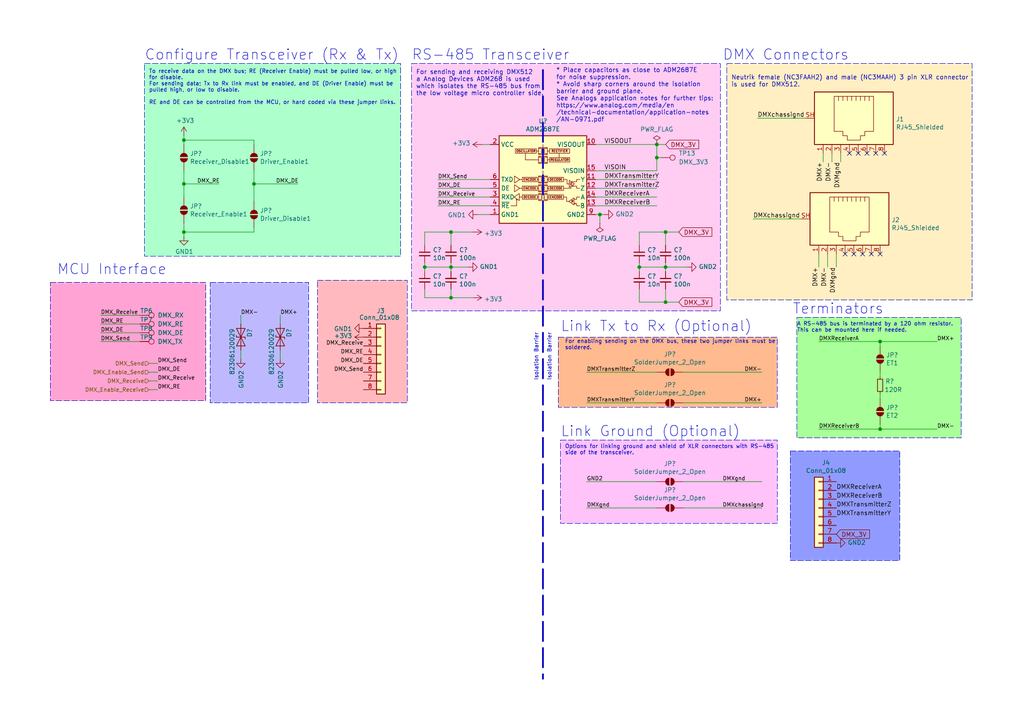
<source format=kicad_sch>
(kicad_sch (version 20231120) (generator "eeschema") (generator_version "8.0")
  (paper "A4")
  (title_block (title "${project_name} ${project_version}") (date "2025-04-10") (rev "${project_version}") (company "${project_creator}") (comment 1 "${project_license}"))
  (lib_symbols
    (symbol "Connector:RJ45_Shielded" (pin_names (offset 1.016))
      (property "Reference" "J" (at -5.08 13.97 0))
      (property "Value" "RJ45_Shielded" (at 2.54 13.97 0))
      (symbol "RJ45_Shielded_0_1"
        (polyline (pts (xy -5.08 4.445) (xy -6.35 4.445)))
        (polyline (pts (xy -5.08 5.715) (xy -6.35 5.715)))
        (polyline (pts (xy -6.35 -3.175) (xy -5.08 -3.175) (xy -5.08 -3.175)))
        (polyline (pts (xy -6.35 -1.905) (xy -5.08 -1.905) (xy -5.08 -1.905)))
        (polyline (pts (xy -6.35 -0.635) (xy -5.08 -0.635) (xy -5.08 -0.635)))
        (polyline (pts (xy -6.35 0.635) (xy -5.08 0.635) (xy -5.08 0.635)))
        (polyline (pts (xy -6.35 1.905) (xy -5.08 1.905) (xy -5.08 1.905)))
        (polyline (pts (xy -5.08 3.175) (xy -6.35 3.175) (xy -6.35 3.175)))
        (polyline (pts (xy -6.35 -4.445) (xy -6.35 6.985) (xy 3.81 6.985) (xy 3.81 4.445) (xy 5.08 4.445) (xy 5.08 3.175) (xy 6.35 3.175) (xy 6.35 -0.635) (xy 5.08 -0.635) (xy 5.08 -1.905) (xy 3.81 -1.905) (xy 3.81 -4.445) (xy -6.35 -4.445) (xy -6.35 -4.445)))
        (rectangle (start 7.62 12.7) (end -7.62 -10.16) (stroke (width 0.254)) (fill (type background)))
      )
      (symbol "RJ45_Shielded_1_1"
        (pin passive line (at 10.16 -7.62 180) (length 2.54) (name "~") (number "1"))
        (pin passive line (at 10.16 -5.08 180) (length 2.54) (name "~") (number "2"))
        (pin passive line (at 10.16 -2.54 180) (length 2.54) (name "~") (number "3"))
        (pin passive line (at 10.16 0 180) (length 2.54) (name "~") (number "4"))
        (pin passive line (at 10.16 2.54 180) (length 2.54) (name "~") (number "5"))
        (pin passive line (at 10.16 5.08 180) (length 2.54) (name "~") (number "6"))
        (pin passive line (at 10.16 7.62 180) (length 2.54) (name "~") (number "7"))
        (pin passive line (at 10.16 10.16 180) (length 2.54) (name "~") (number "8"))
        (pin passive line (at 0 -12.7 90) (length 2.54) (name "~") (number "SH"))
      )
    )
    (symbol "Connector:TestPoint" (pin_numbers hide) (pin_names (offset 0.762) hide)
      (property "Reference" "TP" (at 0 6.858 0))
      (property "Value" "TestPoint" (at 0 5.08 0))
      (symbol "TestPoint_0_1"
        (circle (center 0 3.302) (radius 0.762))
      )
      (symbol "TestPoint_1_1"
        (pin passive line (at 0 0 90) (length 2.54) (name "1") (number "1"))
      )
    )
    (symbol "Connector_Generic:Conn_01x08" (pin_names (offset 1.016) hide)
      (property "Reference" "J" (at 0 10.16 0))
      (property "Value" "Conn_01x08" (at 0 -12.7 0))
      (symbol "Conn_01x08_1_1"
        (rectangle (start -1.27 -10.033) (end 0 -10.287) (stroke (width 0.1524)))
        (rectangle (start -1.27 -7.493) (end 0 -7.747) (stroke (width 0.1524)))
        (rectangle (start -1.27 -4.953) (end 0 -5.207) (stroke (width 0.1524)))
        (rectangle (start -1.27 -2.413) (end 0 -2.667) (stroke (width 0.1524)))
        (rectangle (start -1.27 0.127) (end 0 -0.127) (stroke (width 0.1524)))
        (rectangle (start -1.27 2.667) (end 0 2.413) (stroke (width 0.1524)))
        (rectangle (start -1.27 5.207) (end 0 4.953) (stroke (width 0.1524)))
        (rectangle (start -1.27 7.747) (end 0 7.493) (stroke (width 0.1524)))
        (rectangle (start -1.27 8.89) (end 1.27 -11.43) (stroke (width 0.254)) (fill (type background)))
        (pin passive line (at -5.08 7.62 0) (length 3.81) (name "Pin_1") (number "1"))
        (pin passive line (at -5.08 5.08 0) (length 3.81) (name "Pin_2") (number "2"))
        (pin passive line (at -5.08 2.54 0) (length 3.81) (name "Pin_3") (number "3"))
        (pin passive line (at -5.08 0 0) (length 3.81) (name "Pin_4") (number "4"))
        (pin passive line (at -5.08 -2.54 0) (length 3.81) (name "Pin_5") (number "5"))
        (pin passive line (at -5.08 -5.08 0) (length 3.81) (name "Pin_6") (number "6"))
        (pin passive line (at -5.08 -7.62 0) (length 3.81) (name "Pin_7") (number "7"))
        (pin passive line (at -5.08 -10.16 0) (length 3.81) (name "Pin_8") (number "8"))
      )
    )
    (symbol "Device:C_Small" (pin_numbers hide) (pin_names (offset 0.254) hide)
      (property "Reference" "C" (at 0.254 1.778 0))
      (property "Value" "C_Small" (at 0.254 -2.032 0))
      (symbol "C_Small_0_1"
        (polyline (pts (xy -1.524 -0.508) (xy 1.524 -0.508)) (stroke (width 0.3302)))
        (polyline (pts (xy -1.524 0.508) (xy 1.524 0.508)) (stroke (width 0.3048)))
      )
      (symbol "C_Small_1_1"
        (pin passive line (at 0 2.54 270) (length 2.032) (name "~") (number "1"))
        (pin passive line (at 0 -2.54 90) (length 2.032) (name "~") (number "2"))
      )
    )
    (symbol "Device:R_Small" (pin_numbers hide) (pin_names (offset 0.254) hide)
      (property "Reference" "R" (at 0.762 0.508 0))
      (property "Value" "R_Small" (at 0.762 -1.016 0))
      (symbol "R_Small_0_1"
        (rectangle (start -0.762 1.778) (end 0.762 -1.778) (stroke (width 0.2032)))
      )
      (symbol "R_Small_1_1"
        (pin passive line (at 0 2.54 270) (length 0.762) (name "~") (number "1"))
        (pin passive line (at 0 -2.54 90) (length 0.762) (name "~") (number "2"))
      )
    )
    (symbol "Diode:ESD9B3.3ST5G" (pin_numbers hide) (pin_names (offset 1.016) hide)
      (property "Reference" "D" (at 0 2.54 0))
      (property "Value" "ESD9B3.3ST5G" (at 0 -2.54 0))
      (symbol "ESD9B3.3ST5G_0_1"
        (polyline (pts (xy 1.27 0) (xy -1.27 0)))
        (polyline (pts (xy -2.54 -1.27) (xy 0 0) (xy -2.54 1.27) (xy -2.54 -1.27)) (stroke (width 0.2032)))
        (polyline (pts (xy 0.508 1.27) (xy 0 1.27) (xy 0 -1.27) (xy -0.508 -1.27)) (stroke (width 0.2032)))
        (polyline (pts (xy 2.54 1.27) (xy 2.54 -1.27) (xy 0 0) (xy 2.54 1.27)) (stroke (width 0.2032)))
      )
      (symbol "ESD9B3.3ST5G_1_1"
        (pin passive line (at -3.81 0 0) (length 2.54) (name "A1") (number "1"))
        (pin passive line (at 3.81 0 180) (length 2.54) (name "A2") (number "2"))
      )
    )
    (symbol "Interface_UART:ADM2687E"
      (property "Reference" "U" (at -11.43 13.97 0))
      (property "Value" "ADM2687E" (at 7.62 13.97 0))
      (symbol "ADM2687E_0_0"
        (text "D" (at 8.128 -1.27 0) (effects (font (size 0.635 0.635))))
        (text "R" (at 8.509 -6.35 0) (effects (font (size 0.635 0.635))))
      )
      (symbol "ADM2687E_0_1"
        (circle (center -7.62 -5.842) (radius 0.127))
        (polyline (pts (xy -9.271 -7.62) (xy -7.62 -7.62) (xy -7.62 -5.969)))
        (polyline (pts (xy 5.969 -2.54) (xy 8.128 -2.54) (xy 8.128 -2.032)))
        (polyline (pts (xy 7.493 -6.35) (xy 6.858 -6.35) (xy 6.858 -5.08) (xy 5.969 -5.08)))
        (polyline (pts (xy 7.62 -1.27) (xy 6.985 -1.27) (xy 6.985 0) (xy 5.969 0)))
        (polyline (pts (xy 9.017 -5.715) (xy 9.779 -5.715) (xy 9.779 -5.08) (xy 10.668 -5.08)))
        (polyline (pts (xy 9.398 -6.985) (xy 9.779 -6.985) (xy 9.779 -7.62) (xy 10.668 -7.62)))
        (polyline (pts (xy 10.668 -2.54) (xy 9.779 -2.54) (xy 9.779 -1.905) (xy 8.763 -1.905)))
        (polyline (pts (xy 10.668 0) (xy 9.779 0) (xy 9.779 -0.635) (xy 8.255 -0.635)))
      )
      (symbol "ADM2687E_1_0"
        (rectangle (start -1.27 -4.064) (end 1.27 -6.096))
        (rectangle (start -1.27 -1.524) (end 1.27 -3.556))
        (rectangle (start -1.27 1.016) (end 1.27 -1.016))
        (rectangle (start -1.27 6.731) (end 1.27 4.699))
        (rectangle (start -1.27 9.271) (end 1.27 7.239))
        (arc (start -0.508 -5.842) (mid -0.2551 -5.588) (end -0.508 -5.334))
        (arc (start -0.508 -5.334) (mid -0.2551 -5.08) (end -0.508 -4.826))
        (arc (start -0.508 -4.826) (mid -0.2551 -4.572) (end -0.508 -4.318))
        (arc (start -0.508 -3.302) (mid -0.2551 -3.048) (end -0.508 -2.794))
        (arc (start -0.508 -2.794) (mid -0.2551 -2.54) (end -0.508 -2.286))
        (arc (start -0.508 -2.286) (mid -0.2551 -2.032) (end -0.508 -1.778))
        (arc (start -0.508 -0.762) (mid -0.2551 -0.508) (end -0.508 -0.254))
        (arc (start -0.508 -0.254) (mid -0.2551 0) (end -0.508 0.254))
        (arc (start -0.508 0.254) (mid -0.2551 0.508) (end -0.508 0.762))
        (arc (start -0.508 4.953) (mid -0.2551 5.207) (end -0.508 5.461))
        (arc (start -0.508 5.461) (mid -0.2551 5.715) (end -0.508 5.969))
        (arc (start -0.508 5.969) (mid -0.2551 6.223) (end -0.508 6.477))
        (arc (start -0.508 7.493) (mid -0.2551 7.747) (end -0.508 8.001))
        (arc (start -0.508 8.001) (mid -0.2551 8.255) (end -0.508 8.509))
        (arc (start -0.508 8.509) (mid -0.2551 8.763) (end -0.508 9.017))
        (polyline (pts (xy -5.969 -5.08) (xy -6.858 -5.08)))
        (polyline (pts (xy -5.969 -2.54) (xy -6.858 -2.54)))
        (polyline (pts (xy -5.969 0) (xy -6.858 0)))
        (polyline (pts (xy -5.08 5.715) (xy -5.08 7.62)))
        (polyline (pts (xy -5.08 5.715) (xy -1.27 5.715)))
        (polyline (pts (xy -1.905 8.255) (xy -1.27 8.255)))
        (polyline (pts (xy -1.651 -5.08) (xy -1.27 -5.08)))
        (polyline (pts (xy -1.651 -2.54) (xy -1.27 -2.54)))
        (polyline (pts (xy -1.651 0) (xy -1.27 0)))
        (polyline (pts (xy -1.27 -5.842) (xy -0.508 -5.842)))
        (polyline (pts (xy -1.27 -4.318) (xy -0.508 -4.318)))
        (polyline (pts (xy -1.27 -3.302) (xy -0.508 -3.302)))
        (polyline (pts (xy -1.27 -1.778) (xy -0.508 -1.778)))
        (polyline (pts (xy -1.27 -0.762) (xy -0.508 -0.762)))
        (polyline (pts (xy -1.27 0.762) (xy -0.508 0.762)))
        (polyline (pts (xy -1.27 4.953) (xy -0.508 4.953)))
        (polyline (pts (xy -1.27 6.477) (xy -0.508 6.477)))
        (polyline (pts (xy -1.27 7.493) (xy -0.508 7.493)))
        (polyline (pts (xy -1.27 9.017) (xy -0.508 9.017)))
        (polyline (pts (xy 0 -11.43) (xy 0 -10.16)))
        (polyline (pts (xy 0 -8.89) (xy 0 -7.62)))
        (polyline (pts (xy 0 -6.35) (xy 0 -6.096)))
        (polyline (pts (xy 0 1.27) (xy 0 2.54)))
        (polyline (pts (xy 0 3.81) (xy 0 4.699)))
        (polyline (pts (xy 0 9.271) (xy 0 10.16)))
        (polyline (pts (xy 0 12.7) (xy 0 11.43)))
        (polyline (pts (xy 1.27 -5.842) (xy 0.508 -5.842)))
        (polyline (pts (xy 1.27 -4.318) (xy 0.508 -4.318)))
        (polyline (pts (xy 1.27 -3.302) (xy 0.508 -3.302)))
        (polyline (pts (xy 1.27 -1.778) (xy 0.508 -1.778)))
        (polyline (pts (xy 1.27 -0.762) (xy 0.508 -0.762)))
        (polyline (pts (xy 1.27 0.762) (xy 0.508 0.762)))
        (polyline (pts (xy 1.27 4.953) (xy 0.508 4.953)))
        (polyline (pts (xy 1.27 6.477) (xy 0.508 6.477)))
        (polyline (pts (xy 1.27 7.493) (xy 0.508 7.493)))
        (polyline (pts (xy 1.27 9.017) (xy 0.508 9.017)))
        (polyline (pts (xy 1.651 -5.08) (xy 1.27 -5.08)))
        (polyline (pts (xy 1.651 -2.54) (xy 1.27 -2.54)))
        (polyline (pts (xy 1.651 0) (xy 1.27 0)))
        (polyline (pts (xy 1.905 5.715) (xy 1.27 5.715)))
        (polyline (pts (xy 1.905 8.255) (xy 1.27 8.255)))
        (polyline (pts (xy 4.699 6.35) (xy 4.699 7.62)))
        (arc (start 0.508 -5.334) (mid 0.2551 -5.588) (end 0.508 -5.842))
        (arc (start 0.508 -4.826) (mid 0.2551 -5.08) (end 0.508 -5.334))
        (arc (start 0.508 -4.318) (mid 0.2551 -4.572) (end 0.508 -4.826))
        (arc (start 0.508 -2.794) (mid 0.2551 -3.048) (end 0.508 -3.302))
        (arc (start 0.508 -2.286) (mid 0.2551 -2.54) (end 0.508 -2.794))
        (arc (start 0.508 -1.778) (mid 0.2551 -2.032) (end 0.508 -2.286))
        (arc (start 0.508 -0.254) (mid 0.2551 -0.508) (end 0.508 -0.762))
        (arc (start 0.508 0.254) (mid 0.2551 0) (end 0.508 -0.254))
        (arc (start 0.508 0.762) (mid 0.2551 0.508) (end 0.508 0.254))
        (arc (start 0.508 5.461) (mid 0.2551 5.207) (end 0.508 4.953))
        (arc (start 0.508 5.969) (mid 0.2551 5.715) (end 0.508 5.461))
        (arc (start 0.508 6.477) (mid 0.2551 6.223) (end 0.508 5.969))
        (arc (start 0.508 8.001) (mid 0.2551 7.747) (end 0.508 7.493))
        (arc (start 0.508 8.509) (mid 0.2551 8.255) (end 0.508 8.001))
        (arc (start 0.508 9.017) (mid 0.2551 8.763) (end 0.508 8.509))
        (rectangle (start 1.651 -4.445) (end 5.969 -5.715))
        (rectangle (start 1.651 -1.905) (end 5.969 -3.175))
        (rectangle (start 1.651 0.635) (end 5.969 -0.635))
        (rectangle (start 1.905 6.35) (end 7.747 5.08))
        (rectangle (start 1.905 8.89) (end 7.747 7.62))
        (text "DECODE" (at -3.81 -5.08 0) (effects (font (size 0.635 0.635))))
        (text "DECODE" (at 3.81 -2.54 0) (effects (font (size 0.635 0.635))))
        (text "DECODE" (at 3.81 0 0) (effects (font (size 0.635 0.635))))
        (text "ENCODE" (at -3.81 -2.54 0) (effects (font (size 0.635 0.635))))
        (text "ENCODE" (at -3.81 0 0) (effects (font (size 0.635 0.635))))
        (text "ENCODE" (at 3.81 -5.08 0) (effects (font (size 0.635 0.635))))
        (text "OSCILLATOR" (at -4.953 8.255 0) (effects (font (size 0.635 0.635))))
        (text "RECTIFIER" (at 4.826 8.255 0) (effects (font (size 0.635 0.635))))
        (text "REGULATOR" (at 4.826 5.715 0) (effects (font (size 0.635 0.635))))
      )
      (symbol "ADM2687E_1_1"
        (rectangle (start -12.7 12.7) (end 12.7 -12.7) (stroke (width 0.254)) (fill (type background)))
        (rectangle (start -1.905 8.89) (end -8.001 7.62))
        (rectangle (start -1.651 -4.445) (end -5.969 -5.715))
        (rectangle (start -1.651 -1.905) (end -5.969 -3.175))
        (rectangle (start -1.651 0.635) (end -5.969 -0.635))
        (polyline (pts (xy -8.382 -5.08) (xy -6.858 -4.064) (xy -6.858 -6.096) (xy -8.382 -5.08)))
        (polyline (pts (xy -6.731 -2.54) (xy -8.255 -1.524) (xy -8.255 -3.556) (xy -6.731 -2.54)))
        (polyline (pts (xy -6.731 0) (xy -8.255 1.016) (xy -8.255 -1.016) (xy -6.731 0)))
        (polyline (pts (xy 7.493 -6.35) (xy 9.017 -5.334) (xy 9.017 -7.366) (xy 7.493 -6.35)))
        (polyline (pts (xy 9.144 -1.27) (xy 7.62 -0.254) (xy 7.62 -2.286) (xy 9.144 -1.27)))
        (circle (center 8.636 -1.905) (radius 0.127))
        (circle (center 9.271 -6.985) (radius 0.127))
        (pin power_in line (at -15.24 -10.16 0) (length 2.54) (name "GND1") (number "1"))
        (pin power_in line (at 15.24 10.16 180) (length 2.54) (name "VISOOUT") (number "10"))
        (pin output line (at 15.24 0 180) (length 2.54) (name "Y") (number "11"))
        (pin output line (at 15.24 -2.54 180) (length 2.54) (name "Z") (number "12"))
        (pin input line (at 15.24 -7.62 180) (length 2.54) (name "B") (number "13"))
        (pin input line (at 15.24 -5.08 180) (length 2.54) (name "A") (number "14"))
        (pin power_in line (at 15.24 2.54 180) (length 2.54) (name "VISOIN") (number "15"))
        (pin passive line (at 15.24 -10.16 180) (length 2.54) hide (name "GND2") (number "16"))
        (pin power_in line (at -15.24 10.16 0) (length 2.54) (name "VCC") (number "2"))
        (pin output line (at -15.24 -5.08 0) (length 2.54) (name "RXD") (number "3"))
        (pin input line (at -15.24 -7.62 0) (length 2.54) (name "~{RE}") (number "4"))
        (pin input line (at -15.24 -2.54 0) (length 2.54) (name "DE") (number "5"))
        (pin input line (at -15.24 0 0) (length 2.54) (name "TXD") (number "6"))
        (pin passive line (at -15.24 10.16 0) (length 2.54) hide (name "VCC") (number "7"))
        (pin passive line (at -15.24 -10.16 0) (length 2.54) hide (name "GND1") (number "8"))
        (pin power_in line (at 15.24 -10.16 180) (length 2.54) (name "GND2") (number "9"))
      )
    )
    (symbol "Jumper:SolderJumper_2_Open" (pin_numbers hide) (pin_names (offset 0) hide) (exclude_from_sim yes) (in_bom no)
      (property "Reference" "JP" (at 0 2.032 0))
      (property "Value" "SolderJumper_2_Open" (at 0 -2.54 0))
      (symbol "SolderJumper_2_Open_0_1"
        (arc (start -0.254 1.016) (mid -1.2656 0) (end -0.254 -1.016))
        (arc (start -0.254 1.016) (mid -1.2656 0) (end -0.254 -1.016) (fill (type outline)))
        (polyline (pts (xy -0.254 1.016) (xy -0.254 -1.016)))
        (polyline (pts (xy 0.254 1.016) (xy 0.254 -1.016)))
        (arc (start 0.254 -1.016) (mid 1.2656 0) (end 0.254 1.016))
        (arc (start 0.254 -1.016) (mid 1.2656 0) (end 0.254 1.016) (fill (type outline)))
      )
      (symbol "SolderJumper_2_Open_1_1"
        (pin passive line (at -3.81 0 0) (length 2.54) (name "A") (number "1"))
        (pin passive line (at 3.81 0 180) (length 2.54) (name "B") (number "2"))
      )
    )
    (symbol "firefly-rescue:+3.3V-power" (power) (pin_names (offset 0))
      (property "Value" "power_+3.3V" (at 0 3.556 0))
      (symbol "+3.3V-power_0_1"
        (polyline (pts (xy -0.762 1.27) (xy 0 2.54)))
        (polyline (pts (xy 0 0) (xy 0 2.54)))
        (polyline (pts (xy 0 2.54) (xy 0.762 1.27)))
      )
      (symbol "+3.3V-power_1_1"
        (pin power_in line (at 0 0 90) (length 0) hide (name "+3V3") (number "1"))
      )
    )
    (symbol "firefly-rescue:GND1-power" (power) (pin_names (offset 0))
      (property "Value" "power_GND1" (at 0 -3.81 0))
      (symbol "GND1-power_0_1"
        (polyline (pts (xy 0 0) (xy 0 -1.27) (xy 1.27 -1.27) (xy 0 -2.54) (xy -1.27 -1.27) (xy 0 -1.27)))
      )
      (symbol "GND1-power_1_1"
        (pin power_in line (at 0 0 270) (length 0) hide (name "GND1") (number "1"))
      )
    )
    (symbol "firefly-rescue:GND2-power" (power) (pin_names (offset 0))
      (property "Value" "power_GND2" (at 0 -3.81 0))
      (symbol "GND2-power_0_1"
        (polyline (pts (xy 0 0) (xy 0 -1.27) (xy 1.27 -1.27) (xy 0 -2.54) (xy -1.27 -1.27) (xy 0 -1.27)))
      )
      (symbol "GND2-power_1_1"
        (pin power_in line (at 0 0 270) (length 0) hide (name "GND2") (number "1"))
      )
    )
    (symbol "firefly-rescue:PWR_FLAG-power" (power) (pin_numbers hide) (pin_names (offset 0) hide)
      (property "Value" "power_PWR_FLAG" (at 0 3.81 0))
      (symbol "PWR_FLAG-power_0_0"
        (pin power_out line (at 0 0 90) (length 0) (name "pwr") (number "1"))
      )
      (symbol "PWR_FLAG-power_0_1"
        (polyline (pts (xy 0 0) (xy 0 1.27) (xy -1.016 1.905) (xy 0 2.54) (xy 1.016 1.905) (xy 0 1.27)))
      )
    )
  )
  (junction (at 130.81 77.47))
  (junction (at 185.42 77.47))
  (junction (at 53.34 67.31))
  (junction (at 130.81 86.36))
  (junction (at 255.27 124.46))
  (junction (at 130.81 67.31))
  (junction (at 193.04 67.31))
  (junction (at 193.04 87.63))
  (junction (at 190.5 41.91))
  (junction (at 193.04 77.47))
  (junction (at 255.27 99.06))
  (junction (at 73.66 53.34))
  (junction (at 190.5 45.72))
  (junction (at 173.99 62.23))
  (junction (at 53.34 40.64))
  (junction (at 53.34 53.34))
  (junction (at 123.19 77.47))
  (no_connect (at 255.27 73.66))
  (no_connect (at 246.38 44.45))
  (no_connect (at 252.73 73.66))
  (no_connect (at 254 44.45))
  (no_connect (at 250.19 73.66))
  (no_connect (at 247.65 73.66))
  (no_connect (at 256.54 44.45))
  (no_connect (at 251.46 44.45))
  (no_connect (at 248.92 44.45))
  (no_connect (at 245.11 73.66))
  (wire (pts (xy 130.81 83.82) (xy 130.81 86.36)))
  (wire (pts (xy 198.12 116.84) (xy 220.98 116.84)))
  (wire (pts (xy 172.72 59.69) (xy 190.5 59.69)))
  (wire (pts (xy 193.04 67.31) (xy 185.42 67.31)))
  (wire (pts (xy 40.64 96.52) (xy 29.21 96.52)))
  (wire (pts (xy 43.18 107.95) (xy 45.72 107.95)))
  (wire (pts (xy 175.26 62.23) (xy 173.99 62.23)))
  (wire (pts (xy 242.57 73.66) (xy 242.57 77.47)))
  (wire (pts (xy 190.5 107.95) (xy 170.18 107.95)))
  (wire (pts (xy 73.66 53.34) (xy 86.36 53.34)))
  (wire (pts (xy 142.24 52.07) (xy 127 52.07)))
  (wire (pts (xy 240.03 73.66) (xy 240.03 77.47)))
  (wire (pts (xy 255.27 100.33) (xy 255.27 99.06)))
  (wire (pts (xy 255.27 114.3) (xy 255.27 115.57)))
  (wire (pts (xy 137.16 67.31) (xy 130.81 67.31)))
  (wire (pts (xy 255.27 124.46) (xy 271.78 124.46)))
  (wire (pts (xy 123.19 77.47) (xy 130.81 77.47)))
  (wire (pts (xy 190.5 139.7) (xy 170.18 139.7)))
  (wire (pts (xy 233.68 34.29) (xy 219.71 34.29)))
  (wire (pts (xy 138.43 62.23) (xy 142.24 62.23)))
  (wire (pts (xy 53.34 39.37) (xy 53.34 40.64)))
  (wire (pts (xy 53.34 53.34) (xy 53.34 57.15)))
  (wire (pts (xy 142.24 59.69) (xy 127 59.69)))
  (wire (pts (xy 185.42 83.82) (xy 185.42 87.63)))
  (wire (pts (xy 193.04 41.91) (xy 190.5 41.91)))
  (wire (pts (xy 193.04 77.47) (xy 193.04 78.74)))
  (wire (pts (xy 69.85 101.6) (xy 69.85 104.14)))
  (wire (pts (xy 255.27 124.46) (xy 237.49 124.46)))
  (wire (pts (xy 137.16 86.36) (xy 130.81 86.36)))
  (wire (pts (xy 130.81 77.47) (xy 130.81 78.74)))
  (wire (pts (xy 53.34 40.64) (xy 73.66 40.64)))
  (wire (pts (xy 73.66 49.53) (xy 73.66 53.34)))
  (wire (pts (xy 73.66 67.31) (xy 53.34 67.31)))
  (wire (pts (xy 123.19 86.36) (xy 130.81 86.36)))
  (wire (pts (xy 255.27 123.19) (xy 255.27 124.46)))
  (polyline (pts (xy 157.48 20.32) (xy 157.48 196.85)) (stroke (width 0.508) (type dash)))
  (wire (pts (xy 130.81 67.31) (xy 123.19 67.31)))
  (wire (pts (xy 69.85 91.44) (xy 69.85 93.98)))
  (wire (pts (xy 198.12 147.32) (xy 220.98 147.32)))
  (wire (pts (xy 198.12 107.95) (xy 220.98 107.95)))
  (wire (pts (xy 130.81 67.31) (xy 130.81 71.12)))
  (wire (pts (xy 142.24 57.15) (xy 127 57.15)))
  (wire (pts (xy 190.5 147.32) (xy 170.18 147.32)))
  (wire (pts (xy 73.66 53.34) (xy 73.66 58.42)))
  (wire (pts (xy 172.72 52.07) (xy 190.5 52.07)))
  (wire (pts (xy 40.64 91.44) (xy 29.21 91.44)))
  (wire (pts (xy 196.85 67.31) (xy 193.04 67.31)))
  (wire (pts (xy 255.27 99.06) (xy 271.78 99.06)))
  (wire (pts (xy 193.04 83.82) (xy 193.04 87.63)))
  (wire (pts (xy 198.12 139.7) (xy 220.98 139.7)))
  (wire (pts (xy 190.5 45.72) (xy 190.5 41.91)))
  (wire (pts (xy 142.24 54.61) (xy 127 54.61)))
  (wire (pts (xy 193.04 67.31) (xy 193.04 71.12)))
  (wire (pts (xy 123.19 77.47) (xy 123.19 78.74)))
  (wire (pts (xy 130.81 76.2) (xy 130.81 77.47)))
  (wire (pts (xy 199.39 77.47) (xy 193.04 77.47)))
  (wire (pts (xy 43.18 113.03) (xy 45.72 113.03)))
  (wire (pts (xy 190.5 49.53) (xy 190.5 45.72)))
  (wire (pts (xy 172.72 54.61) (xy 190.5 54.61)))
  (wire (pts (xy 190.5 116.84) (xy 170.18 116.84)))
  (wire (pts (xy 172.72 57.15) (xy 190.5 57.15)))
  (wire (pts (xy 81.28 101.6) (xy 81.28 104.14)))
  (wire (pts (xy 232.41 63.5) (xy 218.44 63.5)))
  (wire (pts (xy 185.42 76.2) (xy 185.42 77.47)))
  (wire (pts (xy 238.76 44.45) (xy 238.76 46.99)))
  (wire (pts (xy 53.34 49.53) (xy 53.34 53.34)))
  (wire (pts (xy 241.3 44.45) (xy 241.3 46.99)))
  (wire (pts (xy 73.66 66.04) (xy 73.66 67.31)))
  (wire (pts (xy 123.19 83.82) (xy 123.19 86.36)))
  (wire (pts (xy 237.49 99.06) (xy 255.27 99.06)))
  (wire (pts (xy 123.19 76.2) (xy 123.19 77.47)))
  (wire (pts (xy 81.28 91.44) (xy 81.28 93.98)))
  (wire (pts (xy 43.18 110.49) (xy 45.72 110.49)))
  (wire (pts (xy 53.34 64.77) (xy 53.34 67.31)))
  (wire (pts (xy 173.99 64.77) (xy 173.99 62.23)))
  (wire (pts (xy 243.84 44.45) (xy 243.84 46.99)))
  (wire (pts (xy 53.34 40.64) (xy 53.34 41.91)))
  (wire (pts (xy 53.34 53.34) (xy 63.5 53.34)))
  (wire (pts (xy 73.66 40.64) (xy 73.66 41.91)))
  (wire (pts (xy 40.64 93.98) (xy 29.21 93.98)))
  (wire (pts (xy 196.85 87.63) (xy 193.04 87.63)))
  (wire (pts (xy 172.72 49.53) (xy 190.5 49.53)))
  (wire (pts (xy 130.81 77.47) (xy 135.89 77.47)))
  (wire (pts (xy 237.49 73.66) (xy 237.49 77.47)))
  (wire (pts (xy 191.77 45.72) (xy 190.5 45.72)))
  (wire (pts (xy 193.04 77.47) (xy 185.42 77.47)))
  (wire (pts (xy 185.42 67.31) (xy 185.42 71.12)))
  (wire (pts (xy 193.04 76.2) (xy 193.04 77.47)))
  (wire (pts (xy 255.27 107.95) (xy 255.27 109.22)))
  (wire (pts (xy 53.34 67.31) (xy 53.34 68.58)))
  (wire (pts (xy 185.42 77.47) (xy 185.42 78.74)))
  (wire (pts (xy 123.19 67.31) (xy 123.19 71.12)))
  (wire (pts (xy 173.99 62.23) (xy 172.72 62.23)))
  (wire (pts (xy 40.64 99.06) (xy 29.21 99.06)))
  (wire (pts (xy 193.04 87.63) (xy 185.42 87.63)))
  (wire (pts (xy 172.72 41.91) (xy 190.5 41.91)))
  (wire (pts (xy 43.18 105.41) (xy 45.72 105.41)))
  (wire (pts (xy 139.7 41.91) (xy 142.24 41.91)))
  (rectangle (start 92.075 81.28) (end 118.11 116.84) (stroke (width 0) (type dash)) (fill (type color) (color 255 185 191 1)))
  (rectangle (start 231.14 92.075) (end 278.765 127) (stroke (width 0) (type dash)) (fill (type color) (color 169 255 153 1)))
  (rectangle (start 119.38 18.415) (end 208.915 90.17) (stroke (width 0) (type dash)) (fill (type color) (color 255 204 242 1)))
  (rectangle (start 41.91 18.415) (end 116.205 74.295) (stroke (width 0) (type dash)) (fill (type color) (color 173 255 204 1)))
  (rectangle (start 60.96 81.915) (end 89.535 116.84) (stroke (width 0) (type dash)) (fill (type color) (color 190 185 255 1)))
  (rectangle (start 210.82 18.415) (end 281.94 86.995) (stroke (width 0) (type dash)) (fill (type color) (color 255 239 194 1)))
  (rectangle (start 229.235 130.81) (end 260.985 162.56) (stroke (width 0) (type dash)) (fill (type color) (color 145 155 255 1)))
  (rectangle (start 161.925 97.79) (end 225.425 118.11) (stroke (width 0) (type dash)) (fill (type color) (color 255 186 143 1)))
  (rectangle (start 162.56 127.635) (end 225.425 151.765) (stroke (width 0) (type dash)) (fill (type color) (color 255 194 249 1)))
  (rectangle (start 14.605 81.915) (end 59.69 116.205) (stroke (width 0) (type dash)) (fill (type color) (color 255 163 213 1)))
  (text "Terminators" (at 229.87 91.44 0) (effects (font (size 2.9972 2.9972)) (justify left bottom)))
  (text "* Place capacitors as close to ADM2687E\nfor noise suppression.\n* Avoid sharp corners around the isolation \nbarrier and ground plane.\nSee Analogs application notes for further tips:\nhttps://www.analog.com/media/en\n/technical-documentation/application-notes\n/AN-0971.pdf" (at 161.29 35.56 0) (effects (font (size 1.27 1.27)) (justify left bottom)))
  (text "For enabling sending on the DMX bus, these two jumper links must be\nsoldered." (at 163.83 101.6 0) (effects (font (size 1.1176 1.1176)) (justify left bottom)))
  (text "Isolation Barrier" (at 156.21 110.49 90) (effects (font (size 1.1176 1.1176)) (justify left bottom)))
  (text "For sending and receiving DMX512 \na Analog Devices ADM268 is used \nwhich isolates the RS-485 bus from\nthe low voltage micro controller side." (at 120.65 27.94 0) (effects (font (size 1.27 1.27)) (justify left bottom)))
  (text "Neutrik female (NC3FAAH2) and male (NC3MAAH) 3 pin XLR connector\nis used for DMX512." (at 212.09 25.4 0) (effects (font (size 1.27 1.27)) (justify left bottom)))
  (text "Configure Transceiver (Rx & Tx)" (at 41.91 17.78 0) (effects (font (size 2.9972 2.9972)) (justify left bottom)))
  (text "To receive data on the DMX bus; RE (Receiver Enable) must be pulled low, or high\nfor disable.\nFor sending data; Tx to Rx link must be enabled, and DE (Driver Enable) must be\npulled high, or low to disable.\n\nRE and DE can be controlled from the MCU, or hard coded via these jumper links." (at 43.18 30.48 0) (effects (font (size 1.1176 1.1176)) (justify left bottom)))
  (text "RS-485 Transceiver" (at 119.38 17.78 0) (effects (font (size 2.9972 2.9972)) (justify left bottom)))
  (text "DMX Connectors" (at 209.55 17.78 0) (effects (font (size 2.9972 2.9972)) (justify left bottom)))
  (text "Link Tx to Rx (Optional)" (at 162.56 96.52 0) (effects (font (size 2.9972 2.9972)) (justify left bottom)))
  (text "Isolation Barrier" (at 160.02 110.49 90) (effects (font (size 1.1176 1.1176)) (justify left bottom)))
  (text "Options for linking ground and shield of XLR connectors with RS-485\nside of the transceiver." (at 163.83 132.08 0) (effects (font (size 1.1176 1.1176)) (justify left bottom)))
  (text "A RS-485 bus is terminated by a 120 ohm resistor.\nThis can be mounted here if needed." (at 231.14 96.52 0) (effects (font (size 1.1176 1.1176)) (justify left bottom)))
  (text "MCU Interface" (at 16.51 80.01 0) (effects (font (size 2.9972 2.9972)) (justify left bottom)))
  (text "Link Ground (Optional)" (at 162.56 127 0) (effects (font (size 2.9972 2.9972)) (justify left bottom)))
  (label "DMX_RE" (at 29.21 93.98 0) (effects (font (size 1.1176 1.1176))))
  (label "DMX_Receive" (at 105.41 100.33 180) (effects (font (size 1.1176 1.1176))))
  (label "DMXTransmitterY" (at 170.18 116.84 0) (effects (font (size 1.1176 1.1176))))
  (label "DXMgnd" (at 243.84 46.99 270))
  (label "DMX-" (at 271.78 124.46 0) (effects (font (size 1.1176 1.1176))))
  (label "DMXReceiverA" (at 175.26 57.15 0))
  (label "DMXReceiverA" (at 242.57 142.24 0))
  (label "DMX-" (at 69.85 91.44 0) (effects (font (size 1.1176 1.1176))))
  (label "DMXTransmitterY" (at 242.57 149.86 0))
  (label "VISOIN" (at 175.26 49.53 0))
  (label "DXMgnd" (at 242.57 77.47 270))
  (label "DMXReceiverB" (at 242.57 144.78 0))
  (label "DMX_Receive" (at 29.21 91.44 0) (effects (font (size 1.1176 1.1176))))
  (label "DMX_DE" (at 80.01 53.34 0) (effects (font (size 1.1176 1.1176))))
  (label "DMXchassignd" (at 219.71 34.29 0))
  (label "DMXReceiverA" (at 237.49 99.06 0) (effects (font (size 1.1176 1.1176))))
  (label "DMX-" (at 240.03 77.47 270))
  (label "GND2" (at 170.18 139.7 0) (effects (font (size 1.1176 1.1176))))
  (label "DMX_Receive" (at 45.72 110.49 0) (effects (font (size 1.1176 1.1176))))
  (label "DMX_DE" (at 45.72 107.95 0) (effects (font (size 1.1176 1.1176))))
  (label "DMX+" (at 238.76 46.99 270))
  (label "DMXTransmitterZ" (at 175.26 54.61 0))
  (label "DMXTransmitterY" (at 175.26 52.07 0))
  (label "DMXchassignd" (at 218.44 63.5 0))
  (label "DMXgnd" (at 170.18 147.32 0) (effects (font (size 1.1176 1.1176))))
  (label "DMX_RE" (at 45.72 113.03 0) (effects (font (size 1.1176 1.1176))))
  (label "DMX_DE" (at 127 54.61 0) (effects (font (size 1.1176 1.1176))))
  (label "DMX_DE" (at 105.41 105.41 180) (effects (font (size 1.1176 1.1176))))
  (label "DMX_DE" (at 29.21 96.52 0) (effects (font (size 1.1176 1.1176))))
  (label "DMX+" (at 215.9 116.84 0) (effects (font (size 1.1176 1.1176))))
  (label "DMXchassignd" (at 209.55 147.32 0) (effects (font (size 1.1176 1.1176))))
  (label "DMX+" (at 81.28 91.44 0) (effects (font (size 1.1176 1.1176))))
  (label "VISOOUT" (at 175.26 41.91 0))
  (label "DMX_Send" (at 29.21 99.06 0) (effects (font (size 1.1176 1.1176))))
  (label "DMX-" (at 215.9 107.95 0) (effects (font (size 1.1176 1.1176))))
  (label "DMX-" (at 241.3 46.99 270))
  (label "DMXReceiverB" (at 237.49 124.46 0) (effects (font (size 1.1176 1.1176))))
  (label "DMX_RE" (at 57.15 53.34 0) (effects (font (size 1.1176 1.1176))))
  (label "DMXTransmitterZ" (at 242.57 147.32 0))
  (label "DMXTransmitterZ" (at 170.18 107.95 0) (effects (font (size 1.1176 1.1176))))
  (label "DMX+" (at 237.49 77.47 270))
  (label "DMX_Send" (at 127 52.07 0) (effects (font (size 1.1176 1.1176))))
  (label "DMXgnd" (at 209.55 139.7 0) (effects (font (size 1.1176 1.1176))))
  (label "DMX_Send" (at 45.72 105.41 0) (effects (font (size 1.1176 1.1176))))
  (label "DMX_Receive" (at 127 57.15 0) (effects (font (size 1.1176 1.1176))))
  (label "DMX_RE" (at 105.41 102.87 180) (effects (font (size 1.1176 1.1176))))
  (label "DMXReceiverB" (at 175.26 59.69 0))
  (label "DMX_Send" (at 105.41 107.95 180) (effects (font (size 1.1176 1.1176))))
  (label "DMX+" (at 271.78 99.06 0) (effects (font (size 1.1176 1.1176))))
  (label "DMX_RE" (at 127 59.69 0) (effects (font (size 1.1176 1.1176))))
  (global_label "DMX_3V" (shape input) (at 193.04 41.91 0) (property "Intersheetrefs" "${INTERSHEET_REFS}" (effects (hide yes))))
  (global_label "DMX_3V" (shape input) (at 196.85 67.31 0) (property "Intersheetrefs" "${INTERSHEET_REFS}" (effects (hide yes))))
  (global_label "DMX_3V" (shape input) (at 196.85 87.63 0) (property "Intersheetrefs" "${INTERSHEET_REFS}" (effects (hide yes))))
  (global_label "DMX_3V" (shape input) (at 242.57 154.94 0) (property "Intersheetrefs" "${INTERSHEET_REFS}" (effects (hide yes))))
  (hierarchical_label "DMX_Send" (shape input) (at 43.18 105.41 180) (effects (font (size 1.1176 1.1176))))
  (hierarchical_label "DMX_Receive" (shape input) (at 43.18 110.49 180) (effects (font (size 1.1176 1.1176))))
  (hierarchical_label "DMX_Enable_Send" (shape input) (at 43.18 107.95 180) (effects (font (size 1.1176 1.1176))))
  (hierarchical_label "DMX_Enable_Receive" (shape input) (at 43.18 113.03 180) (effects (font (size 1.1176 1.1176))))
  (symbol (lib_id "firefly-rescue:PWR_FLAG-power") (at 173.99 64.77 180) (unit 1)
    (property "Reference" "#FLG0103" (effects (hide yes)))
    (property "Value" "PWR_FLAG" (at 173.99 69.1642 0))
  )
  (symbol (lib_id "firefly-rescue:+3.3V-power") (at 137.16 67.31 270) (unit 1)
    (property "Reference" "#PWR?" (effects (hide yes)))
    (property "Value" "+3V3" (at 140.4112 67.691 90) (effects (justify left)))
    (instances (project "" (path "" (reference "#PWR?") (unit 1)) (path "" (reference "#PWR01") (unit 1))))
  )
  (symbol (lib_id "firefly-rescue:+3.3V-power") (at 137.16 86.36 270) (unit 1)
    (property "Reference" "#PWR?" (effects (hide yes)))
    (property "Value" "+3V3" (at 140.4112 86.741 90) (effects (justify left)))
    (instances (project "" (path "" (reference "#PWR?") (unit 1)) (path "" (reference "#PWR02") (unit 1))))
  )
  (symbol (lib_id "Connector:TestPoint") (at 40.64 91.44 270) (unit 1)
    (property "Reference" "TP6" (at 40.64 90.17 90) (effects (justify left)))
    (property "Value" "DMX_RX" (at 45.72 91.44 90) (effects (justify left)))
    (property "Footprint" "TestPoint:TestPoint_Pad_D1.0mm" (effects (hide yes)))
  )
  (symbol (lib_id "Connector:TestPoint") (at 40.64 93.98 270) (unit 1)
    (property "Reference" "TP7" (at 40.64 92.71 90) (effects (justify left)))
    (property "Value" "DMX_RE" (at 45.72 93.98 90) (effects (justify left)))
    (property "Footprint" "TestPoint:TestPoint_Pad_D1.0mm" (effects (hide yes)))
  )
  (symbol (lib_id "Connector:TestPoint") (at 40.64 96.52 270) (unit 1)
    (property "Reference" "TP8" (at 40.64 95.25 90) (effects (justify left)))
    (property "Value" "DMX_DE" (at 45.72 96.52 90) (effects (justify left)))
    (property "Footprint" "TestPoint:TestPoint_Pad_D1.0mm" (effects (hide yes)))
  )
  (symbol (lib_id "Connector:TestPoint") (at 40.64 99.06 270) (unit 1)
    (property "Reference" "TP9" (at 40.64 97.79 90) (effects (justify left)))
    (property "Value" "DMX_TX" (at 45.72 99.06 90) (effects (justify left)))
    (property "Footprint" "TestPoint:TestPoint_Pad_D1.0mm" (effects (hide yes)))
  )
  (symbol (lib_id "Connector:RJ45_Shielded") (at 246.38 34.29 270) (unit 1)
    (property "Reference" "J1" (at 259.842 34.5694 90) (effects (justify left)))
    (property "Value" "RJ45_Shielded" (at 259.842 36.8808 90) (effects (justify left)))
    (property "Footprint" "Connector_RJ:RJ45_Amphenol_RJHSE5380" (effects (hide yes)))
    (property "Datasheet" "https://hr.mouser.com/datasheet/2/18/1/rjhsel38x02-1395709.pdf" (effects (hide yes)))
    (property "Mouser" "https://hr.mouser.com/ProductDetail/Amphenol-Commercial-Products/RJHSE-5380?qs=rM3ofmSYd5RUaPrWD7oMhw%3D%3D" (effects (hide yes)))
  )
  (symbol (lib_id "Connector:RJ45_Shielded") (at 245.11 63.5 270) (unit 1)
    (property "Reference" "J2" (at 258.572 63.7794 90) (effects (justify left)))
    (property "Value" "RJ45_Shielded" (at 258.572 66.0908 90) (effects (justify left)))
    (property "Footprint" "Connector_RJ:RJ45_Amphenol_RJHSE5380" (effects (hide yes)))
    (property "Datasheet" "https://hr.mouser.com/datasheet/2/18/1/rjhsel38x02-1395709.pdf" (effects (hide yes)))
    (property "Mouser" "https://hr.mouser.com/ProductDetail/Amphenol-Commercial-Products/RJHSE-5380?qs=rM3ofmSYd5RUaPrWD7oMhw%3D%3D" (effects (hide yes)))
  )
  (symbol (lib_id "Jumper:SolderJumper_2_Open") (at 255.27 119.38 270) (unit 1)
    (property "Reference" "JP?" (at 256.9972 118.2116 90) (effects (justify left)))
    (property "Value" "ET2" (at 256.9972 120.523 90) (effects (justify left)))
    (property "Footprint" "Jumper:SolderJumper-2_P1.3mm_Open_RoundedPad1.0x1.5mm" (effects (hide yes)))
    (instances (project "" (path "" (reference "JP?") (unit 1)) (path "" (reference "JP2") (unit 1))))
  )
  (symbol (lib_id "Jumper:SolderJumper_2_Open") (at 255.27 104.14 270) (unit 1)
    (property "Reference" "JP?" (at 256.9972 102.9716 90) (effects (justify left)))
    (property "Value" "ET1" (at 256.9972 105.283 90) (effects (justify left)))
    (property "Footprint" "Jumper:SolderJumper-2_P1.3mm_Open_RoundedPad1.0x1.5mm" (effects (hide yes)))
    (instances (project "" (path "" (reference "JP?") (unit 1)) (path "" (reference "JP1") (unit 1))))
  )
  (symbol (lib_id "Interface_UART:ADM2687E") (at 157.48 52.07 0) (unit 1)
    (property "Reference" "U?" (at 157.48 35.1282 0))
    (property "Value" "ADM2687E" (at 157.48 37.4396 0))
    (property "Footprint" "Package_SO:SOIC-16W_7.5x12.8mm_P1.27mm" (effects (hide yes)))
    (property "Datasheet" "https://www.analog.com/media/en/technical-documentation/data-sheets/ADM2682E_2687E.pdf" (effects (hide yes)))
    (instances (project "" (path "" (reference "U?") (unit 1)) (path "" (reference "U103") (unit 1))))
  )
  (symbol (lib_id "Device:C_Small") (at 185.42 73.66 0) (unit 1)
    (property "Reference" "C?" (at 187.7568 72.4916 0) (effects (justify left)))
    (property "Value" "10n" (at 187.7568 74.803 0) (effects (justify left)))
    (property "Footprint" "Capacitor_SMD:C_0603_1608Metric" (effects (hide yes)))
    (instances (project "" (path "" (reference "C?") (unit 1)) (path "" (reference "C115") (unit 1))))
  )
  (symbol (lib_id "Device:C_Small") (at 193.04 73.66 0) (unit 1)
    (property "Reference" "C?" (at 195.3768 72.4916 0) (effects (justify left)))
    (property "Value" "100n" (at 195.3768 74.803 0) (effects (justify left)))
    (property "Footprint" "Capacitor_SMD:C_0603_1608Metric" (effects (hide yes)))
    (instances (project "" (path "" (reference "C?") (unit 1)) (path "" (reference "C117") (unit 1))))
  )
  (symbol (lib_id "Device:C_Small") (at 185.42 81.28 0) (unit 1)
    (property "Reference" "C?" (at 187.7568 80.1116 0) (effects (justify left)))
    (property "Value" "10n" (at 187.7568 82.423 0) (effects (justify left)))
    (property "Footprint" "Capacitor_SMD:C_0603_1608Metric" (effects (hide yes)))
    (instances (project "" (path "" (reference "C?") (unit 1)) (path "" (reference "C116") (unit 1))))
  )
  (symbol (lib_id "Device:C_Small") (at 193.04 81.28 0) (unit 1)
    (property "Reference" "C?" (at 195.3768 80.1116 0) (effects (justify left)))
    (property "Value" "100n" (at 195.3768 82.423 0) (effects (justify left)))
    (property "Footprint" "Capacitor_SMD:C_0603_1608Metric" (effects (hide yes)))
    (instances (project "" (path "" (reference "C?") (unit 1)) (path "" (reference "C118") (unit 1))))
  )
  (symbol (lib_id "Device:C_Small") (at 130.81 73.66 180) (unit 1)
    (property "Reference" "C?" (at 133.1468 72.4916 0) (effects (justify right)))
    (property "Value" "100n" (at 133.1468 74.803 0) (effects (justify right)))
    (property "Footprint" "Capacitor_SMD:C_0603_1608Metric" (effects (hide yes)))
    (instances (project "" (path "" (reference "C?") (unit 1)) (path "" (reference "C113") (unit 1))))
  )
  (symbol (lib_id "Device:C_Small") (at 123.19 73.66 0) (unit 1)
    (property "Reference" "C?" (at 125.5268 72.4916 0) (effects (justify left)))
    (property "Value" "10n" (at 125.5268 74.803 0) (effects (justify left)))
    (property "Footprint" "Capacitor_SMD:C_0603_1608Metric" (effects (hide yes)))
    (instances (project "" (path "" (reference "C?") (unit 1)) (path "" (reference "C111") (unit 1))))
  )
  (symbol (lib_id "Device:C_Small") (at 130.81 81.28 180) (unit 1)
    (property "Reference" "C?" (at 133.1468 80.1116 0) (effects (justify right)))
    (property "Value" "100n" (at 133.1468 82.423 0) (effects (justify right)))
    (property "Footprint" "Capacitor_SMD:C_0603_1608Metric" (effects (hide yes)))
    (instances (project "" (path "" (reference "C?") (unit 1)) (path "" (reference "C114") (unit 1))))
  )
  (symbol (lib_id "Device:C_Small") (at 123.19 81.28 0) (unit 1)
    (property "Reference" "C?" (at 125.5268 80.1116 0) (effects (justify left)))
    (property "Value" "10n" (at 125.5268 82.423 0) (effects (justify left)))
    (property "Footprint" "Capacitor_SMD:C_0603_1608Metric" (effects (hide yes)))
    (instances (project "" (path "" (reference "C?") (unit 1)) (path "" (reference "C112") (unit 1))))
  )
  (symbol (lib_id "firefly-rescue:GND1-power") (at 135.89 77.47 90) (unit 1)
    (property "Reference" "#PWR?" (effects (hide yes)))
    (property "Value" "GND1" (at 139.1412 77.343 90) (effects (justify right)))
    (instances (project "" (path "" (reference "#PWR?") (unit 1)) (path "" (reference "#PWR0146") (unit 1))))
  )
  (symbol (lib_id "firefly-rescue:+3.3V-power") (at 139.7 41.91 90) (unit 1)
    (property "Reference" "#PWR?" (effects (hide yes)))
    (property "Value" "+3V3" (at 136.4488 41.529 90) (effects (justify left)))
    (instances (project "" (path "" (reference "#PWR?") (unit 1)) (path "" (reference "#PWR0148") (unit 1))))
  )
  (symbol (lib_id "firefly-rescue:GND1-power") (at 138.43 62.23 270) (unit 1)
    (property "Reference" "#PWR?" (effects (hide yes)))
    (property "Value" "GND1" (at 135.1788 62.357 90) (effects (justify right)))
    (instances (project "" (path "" (reference "#PWR?") (unit 1)) (path "" (reference "#PWR0147") (unit 1))))
  )
  (symbol (lib_id "firefly-rescue:GND2-power") (at 199.39 77.47 90) (unit 1)
    (property "Reference" "#PWR?" (effects (hide yes)))
    (property "Value" "GND2" (at 202.6412 77.343 90) (effects (justify right)))
    (instances (project "" (path "" (reference "#PWR?") (unit 1)) (path "" (reference "#PWR0155") (unit 1))))
  )
  (symbol (lib_id "firefly-rescue:GND2-power") (at 175.26 62.23 90) (unit 1)
    (property "Reference" "#PWR?" (effects (hide yes)))
    (property "Value" "GND2" (at 178.5112 62.103 90) (effects (justify right)))
    (instances (project "" (path "" (reference "#PWR?") (unit 1)) (path "" (reference "#PWR0149") (unit 1))))
  )
  (symbol (lib_id "Device:R_Small") (at 255.27 111.76 0) (unit 1)
    (property "Reference" "R?" (at 256.7686 110.5916 0) (effects (justify left)))
    (property "Value" "120R" (at 256.54 113.03 0) (effects (justify left)))
    (property "Footprint" "Resistor_SMD:R_0603_1608Metric" (effects (hide yes)))
    (instances (project "" (path "" (reference "R?") (unit 1)) (path "" (reference "R105") (unit 1))))
  )
  (symbol (lib_id "Jumper:SolderJumper_2_Open") (at 194.31 107.95 0) (unit 1)
    (property "Reference" "JP?" (at 194.31 102.743 0))
    (property "Value" "SolderJumper_2_Open" (at 194.31 105.0544 0))
    (property "Footprint" "Jumper:SolderJumper-2_P1.3mm_Bridged_RoundedPad1.0x1.5mm" (effects (hide yes)))
    (instances (project "" (path "" (reference "JP?") (unit 1)) (path "" (reference "JP105") (unit 1))))
  )
  (symbol (lib_id "Jumper:SolderJumper_2_Open") (at 194.31 116.84 0) (unit 1)
    (property "Reference" "JP?" (at 194.31 111.633 0))
    (property "Value" "SolderJumper_2_Open" (at 194.31 113.9444 0))
    (property "Footprint" "Jumper:SolderJumper-2_P1.3mm_Bridged_RoundedPad1.0x1.5mm" (effects (hide yes)))
    (instances (project "" (path "" (reference "JP?") (unit 1)) (path "" (reference "JP106") (unit 1))))
  )
  (symbol (lib_id "Jumper:SolderJumper_2_Open") (at 194.31 139.7 0) (unit 1)
    (property "Reference" "JP?" (at 194.31 134.493 0))
    (property "Value" "SolderJumper_2_Open" (at 194.31 136.8044 0))
    (property "Footprint" "Jumper:SolderJumper-2_P1.3mm_Open_RoundedPad1.0x1.5mm" (effects (hide yes)))
    (instances (project "" (path "" (reference "JP?") (unit 1)) (path "" (reference "JP107") (unit 1))))
  )
  (symbol (lib_id "Jumper:SolderJumper_2_Open") (at 194.31 147.32 0) (unit 1)
    (property "Reference" "JP?" (at 194.31 142.113 0))
    (property "Value" "SolderJumper_2_Open" (at 194.31 144.4244 0))
    (property "Footprint" "Jumper:SolderJumper-2_P1.3mm_Open_RoundedPad1.0x1.5mm" (effects (hide yes)))
    (instances (project "" (path "" (reference "JP?") (unit 1)) (path "" (reference "JP108") (unit 1))))
  )
  (symbol (lib_id "Jumper:SolderJumper_2_Open") (at 53.34 45.72 270) (unit 1)
    (property "Reference" "JP?" (at 55.0672 44.5516 90) (effects (justify left)))
    (property "Value" "Receiver_Disable1" (at 55.0672 46.863 90) (effects (justify left)))
    (property "Footprint" "Jumper:SolderJumper-2_P1.3mm_Open_RoundedPad1.0x1.5mm" (effects (hide yes)))
    (instances (project "" (path "" (reference "JP?") (unit 1)) (path "" (reference "JP101") (unit 1))))
  )
  (symbol (lib_id "Jumper:SolderJumper_2_Open") (at 53.34 60.96 270) (unit 1)
    (property "Reference" "JP?" (at 55.0672 59.7916 90) (effects (justify left)))
    (property "Value" "Receiver_Enable1" (at 55.0672 62.103 90) (effects (justify left)))
    (property "Footprint" "Jumper:SolderJumper-2_P1.3mm_Open_RoundedPad1.0x1.5mm" (effects (hide yes)))
    (instances (project "" (path "" (reference "JP?") (unit 1)) (path "" (reference "JP102") (unit 1))))
  )
  (symbol (lib_id "Jumper:SolderJumper_2_Open") (at 73.66 45.72 270) (unit 1)
    (property "Reference" "JP?" (at 75.3872 44.5516 90) (effects (justify left)))
    (property "Value" "Driver_Enable1" (at 75.3872 46.863 90) (effects (justify left)))
    (property "Footprint" "Jumper:SolderJumper-2_P1.3mm_Open_RoundedPad1.0x1.5mm" (effects (hide yes)))
    (instances (project "" (path "" (reference "JP?") (unit 1)) (path "" (reference "JP103") (unit 1))))
  )
  (symbol (lib_id "Jumper:SolderJumper_2_Open") (at 73.66 62.23 270) (unit 1)
    (property "Reference" "JP?" (at 75.3872 61.0616 90) (effects (justify left)))
    (property "Value" "Driver_Disable1" (at 75.3872 63.373 90) (effects (justify left)))
    (property "Footprint" "Jumper:SolderJumper-2_P1.3mm_Open_RoundedPad1.0x1.5mm" (effects (hide yes)))
    (instances (project "" (path "" (reference "JP?") (unit 1)) (path "" (reference "JP104") (unit 1))))
  )
  (symbol (lib_id "firefly-rescue:+3.3V-power") (at 53.34 39.37 0) (unit 1)
    (property "Reference" "#PWR?" (effects (hide yes)))
    (property "Value" "+3V3" (at 53.721 34.9758 0))
    (instances (project "" (path "" (reference "#PWR?") (unit 1)) (path "" (reference "#PWR0140") (unit 1))))
  )
  (symbol (lib_id "firefly-rescue:GND1-power") (at 53.34 68.58 0) (unit 1)
    (property "Reference" "#PWR?" (effects (hide yes)))
    (property "Value" "GND1" (at 53.467 72.9742 0))
    (instances (project "" (path "" (reference "#PWR?") (unit 1)) (path "" (reference "#PWR0141") (unit 1))))
  )
  (symbol (lib_id "Connector:TestPoint") (at 191.77 45.72 270) (unit 1)
    (property "Reference" "TP13" (at 196.85 44.45 90) (effects (justify left)))
    (property "Value" "DMX_3V3" (at 196.85 46.99 90) (effects (justify left)))
    (property "Footprint" "TestPoint:TestPoint_Pad_D1.0mm" (effects (hide yes)))
  )
  (symbol (lib_id "firefly-rescue:PWR_FLAG-power") (at 190.5 41.91 0) (unit 1)
    (property "Reference" "#FLG0105" (effects (hide yes)))
    (property "Value" "PWR_FLAG" (at 190.5 37.5158 0))
  )
  (symbol (lib_id "firefly-rescue:GND2-power") (at 69.85 104.14 0) (unit 1)
    (property "Reference" "#PWR?" (effects (hide yes)))
    (property "Value" "GND2" (at 69.977 107.3912 90) (effects (justify right)))
    (instances (project "" (path "" (reference "#PWR?") (unit 1)) (path "" (reference "#PWR07") (unit 1))))
  )
  (symbol (lib_id "firefly-rescue:GND2-power") (at 81.28 104.14 0) (unit 1)
    (property "Reference" "#PWR?" (effects (hide yes)))
    (property "Value" "GND2" (at 81.407 107.3912 90) (effects (justify right)))
    (instances (project "" (path "" (reference "#PWR?") (unit 1)) (path "" (reference "#PWR08") (unit 1))))
  )
  (symbol (lib_id "Diode:ESD9B3.3ST5G") (at 69.85 97.79 270) (unit 1)
    (property "Reference" "D?" (at 72.39 95.25 0) (effects (justify left)))
    (property "Value" "82306120029" (at 67.31 95.25 0) (effects (justify left)))
    (property "Footprint" "Diode_SMD:D_0603_1608Metric" (effects (hide yes)))
    (property "Datasheet" "https://hr.mouser.com/datasheet/2/445/82306120029-1724892.pdf" (effects (hide yes)))
    (property "Mouser" "https://hr.mouser.com/ProductDetail/Wurth-Elektronik/82306120029?qs=2kOmHSv6VfRx19zH7vCkmQ%3D%3D" (effects (hide yes)))
    (instances (project "" (path "" (reference "D?") (unit 1)) (path "" (reference "D106") (unit 1))))
  )
  (symbol (lib_id "Diode:ESD9B3.3ST5G") (at 81.28 97.79 270) (unit 1)
    (property "Reference" "D?" (at 83.82 95.25 0) (effects (justify left)))
    (property "Value" "82306120029" (at 78.74 95.25 0) (effects (justify left)))
    (property "Footprint" "Diode_SMD:D_0603_1608Metric" (effects (hide yes)))
    (property "Datasheet" "https://hr.mouser.com/datasheet/2/445/82306120029-1724892.pdf" (effects (hide yes)))
    (property "Mouser" "https://hr.mouser.com/ProductDetail/Wurth-Elektronik/82306120029?qs=2kOmHSv6VfRx19zH7vCkmQ%3D%3D" (effects (hide yes)))
    (instances (project "" (path "" (reference "D?") (unit 1)) (path "" (reference "D107") (unit 1))))
  )
  (symbol (lib_id "Connector_Generic:Conn_01x08") (at 110.49 102.87 0) (unit 1)
    (property "Reference" "J3" (at 109.22 90.17 0) (effects (justify left)))
    (property "Value" "Conn_01x08" (at 104.14 92.075 0) (effects (justify left)))
    (property "Footprint" "Connector_PinSocket_2.54mm:PinSocket_1x08_P2.54mm_Vertical" (effects (hide yes)))
  )
  (symbol (lib_id "Connector_Generic:Conn_01x08") (at 237.49 147.32 0) (mirror y) (unit 1)
    (property "Reference" "J4" (at 239.5728 134.1882 0))
    (property "Value" "Conn_01x08" (at 239.5728 136.4996 0))
    (property "Footprint" "Connector_PinSocket_2.54mm:PinSocket_1x08_P2.54mm_Vertical" (effects (hide yes)))
  )
  (symbol (lib_id "firefly-rescue:+3.3V-power") (at 105.41 97.79 90) (unit 1)
    (property "Reference" "#PWR?" (effects (hide yes)))
    (property "Value" "+3V3" (at 102.1588 97.409 90) (effects (justify left)))
    (instances (project "" (path "" (reference "#PWR?") (unit 1)) (path "" (reference "#PWR019") (unit 1))))
  )
  (symbol (lib_id "firefly-rescue:GND1-power") (at 105.41 95.25 270) (unit 1)
    (property "Reference" "#PWR?" (effects (hide yes)))
    (property "Value" "GND1" (at 102.1588 95.377 90) (effects (justify right)))
    (instances (project "" (path "" (reference "#PWR?") (unit 1)) (path "" (reference "#PWR018") (unit 1))))
  )
  (symbol (lib_id "firefly-rescue:GND2-power") (at 242.57 157.48 90) (unit 1)
    (property "Reference" "#PWR?" (effects (hide yes)))
    (property "Value" "GND2" (at 245.8212 157.353 90) (effects (justify right)))
    (instances (project "" (path "" (reference "#PWR?") (unit 1)) (path "" (reference "#PWR020") (unit 1))))
  )
)
</source>
